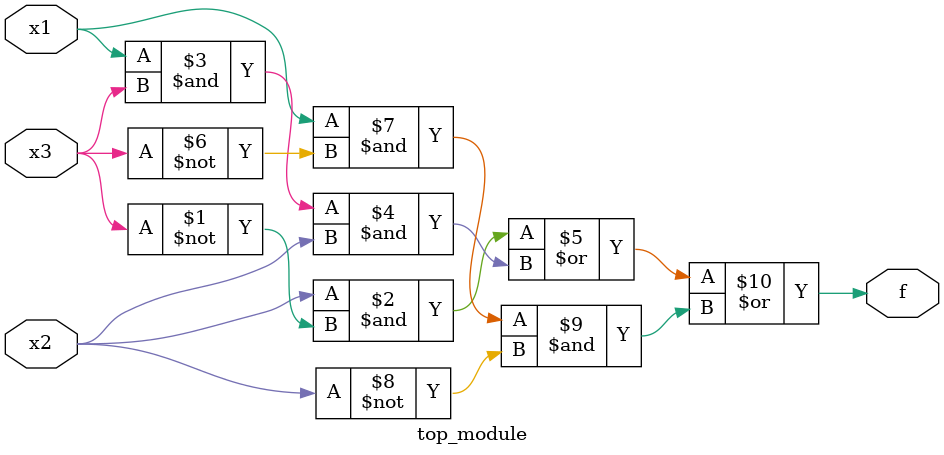
<source format=sv>
module top_module (
    input x3,
    input x2,
    input x1,
    output f
);
    assign f = (x2 & ~x3) | (x1 & x3 & x2) | (x1 & ~x3 & ~x2);
endmodule

</source>
